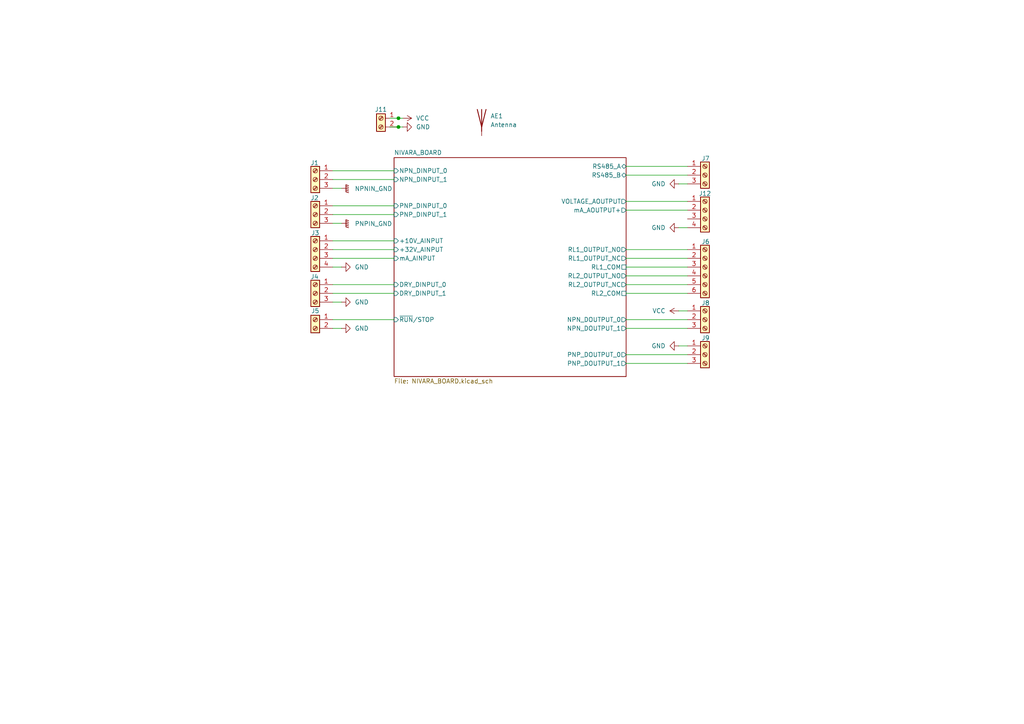
<source format=kicad_sch>
(kicad_sch
	(version 20250114)
	(generator "eeschema")
	(generator_version "9.0")
	(uuid "8290cc18-06d0-4e02-a781-29a61ebc321a")
	(paper "A4")
	(lib_symbols
		(symbol "Connector:Screw_Terminal_01x02"
			(pin_names
				(offset 1.016)
				(hide yes)
			)
			(exclude_from_sim no)
			(in_bom yes)
			(on_board yes)
			(property "Reference" "J"
				(at 0 2.54 0)
				(effects
					(font
						(size 1.27 1.27)
					)
				)
			)
			(property "Value" "Screw_Terminal_01x02"
				(at 0 -5.08 0)
				(effects
					(font
						(size 1.27 1.27)
					)
				)
			)
			(property "Footprint" ""
				(at 0 0 0)
				(effects
					(font
						(size 1.27 1.27)
					)
					(hide yes)
				)
			)
			(property "Datasheet" "~"
				(at 0 0 0)
				(effects
					(font
						(size 1.27 1.27)
					)
					(hide yes)
				)
			)
			(property "Description" "Generic screw terminal, single row, 01x02, script generated (kicad-library-utils/schlib/autogen/connector/)"
				(at 0 0 0)
				(effects
					(font
						(size 1.27 1.27)
					)
					(hide yes)
				)
			)
			(property "ki_keywords" "screw terminal"
				(at 0 0 0)
				(effects
					(font
						(size 1.27 1.27)
					)
					(hide yes)
				)
			)
			(property "ki_fp_filters" "TerminalBlock*:*"
				(at 0 0 0)
				(effects
					(font
						(size 1.27 1.27)
					)
					(hide yes)
				)
			)
			(symbol "Screw_Terminal_01x02_1_1"
				(rectangle
					(start -1.27 1.27)
					(end 1.27 -3.81)
					(stroke
						(width 0.254)
						(type default)
					)
					(fill
						(type background)
					)
				)
				(polyline
					(pts
						(xy -0.5334 0.3302) (xy 0.3302 -0.508)
					)
					(stroke
						(width 0.1524)
						(type default)
					)
					(fill
						(type none)
					)
				)
				(polyline
					(pts
						(xy -0.5334 -2.2098) (xy 0.3302 -3.048)
					)
					(stroke
						(width 0.1524)
						(type default)
					)
					(fill
						(type none)
					)
				)
				(polyline
					(pts
						(xy -0.3556 0.508) (xy 0.508 -0.3302)
					)
					(stroke
						(width 0.1524)
						(type default)
					)
					(fill
						(type none)
					)
				)
				(polyline
					(pts
						(xy -0.3556 -2.032) (xy 0.508 -2.8702)
					)
					(stroke
						(width 0.1524)
						(type default)
					)
					(fill
						(type none)
					)
				)
				(circle
					(center 0 0)
					(radius 0.635)
					(stroke
						(width 0.1524)
						(type default)
					)
					(fill
						(type none)
					)
				)
				(circle
					(center 0 -2.54)
					(radius 0.635)
					(stroke
						(width 0.1524)
						(type default)
					)
					(fill
						(type none)
					)
				)
				(pin passive line
					(at -5.08 0 0)
					(length 3.81)
					(name "Pin_1"
						(effects
							(font
								(size 1.27 1.27)
							)
						)
					)
					(number "1"
						(effects
							(font
								(size 1.27 1.27)
							)
						)
					)
				)
				(pin passive line
					(at -5.08 -2.54 0)
					(length 3.81)
					(name "Pin_2"
						(effects
							(font
								(size 1.27 1.27)
							)
						)
					)
					(number "2"
						(effects
							(font
								(size 1.27 1.27)
							)
						)
					)
				)
			)
			(embedded_fonts no)
		)
		(symbol "Connector:Screw_Terminal_01x03"
			(pin_names
				(offset 1.016)
				(hide yes)
			)
			(exclude_from_sim no)
			(in_bom yes)
			(on_board yes)
			(property "Reference" "J"
				(at 0 5.08 0)
				(effects
					(font
						(size 1.27 1.27)
					)
				)
			)
			(property "Value" "Screw_Terminal_01x03"
				(at 0 -5.08 0)
				(effects
					(font
						(size 1.27 1.27)
					)
				)
			)
			(property "Footprint" ""
				(at 0 0 0)
				(effects
					(font
						(size 1.27 1.27)
					)
					(hide yes)
				)
			)
			(property "Datasheet" "~"
				(at 0 0 0)
				(effects
					(font
						(size 1.27 1.27)
					)
					(hide yes)
				)
			)
			(property "Description" "Generic screw terminal, single row, 01x03, script generated (kicad-library-utils/schlib/autogen/connector/)"
				(at 0 0 0)
				(effects
					(font
						(size 1.27 1.27)
					)
					(hide yes)
				)
			)
			(property "ki_keywords" "screw terminal"
				(at 0 0 0)
				(effects
					(font
						(size 1.27 1.27)
					)
					(hide yes)
				)
			)
			(property "ki_fp_filters" "TerminalBlock*:*"
				(at 0 0 0)
				(effects
					(font
						(size 1.27 1.27)
					)
					(hide yes)
				)
			)
			(symbol "Screw_Terminal_01x03_1_1"
				(rectangle
					(start -1.27 3.81)
					(end 1.27 -3.81)
					(stroke
						(width 0.254)
						(type default)
					)
					(fill
						(type background)
					)
				)
				(polyline
					(pts
						(xy -0.5334 2.8702) (xy 0.3302 2.032)
					)
					(stroke
						(width 0.1524)
						(type default)
					)
					(fill
						(type none)
					)
				)
				(polyline
					(pts
						(xy -0.5334 0.3302) (xy 0.3302 -0.508)
					)
					(stroke
						(width 0.1524)
						(type default)
					)
					(fill
						(type none)
					)
				)
				(polyline
					(pts
						(xy -0.5334 -2.2098) (xy 0.3302 -3.048)
					)
					(stroke
						(width 0.1524)
						(type default)
					)
					(fill
						(type none)
					)
				)
				(polyline
					(pts
						(xy -0.3556 3.048) (xy 0.508 2.2098)
					)
					(stroke
						(width 0.1524)
						(type default)
					)
					(fill
						(type none)
					)
				)
				(polyline
					(pts
						(xy -0.3556 0.508) (xy 0.508 -0.3302)
					)
					(stroke
						(width 0.1524)
						(type default)
					)
					(fill
						(type none)
					)
				)
				(polyline
					(pts
						(xy -0.3556 -2.032) (xy 0.508 -2.8702)
					)
					(stroke
						(width 0.1524)
						(type default)
					)
					(fill
						(type none)
					)
				)
				(circle
					(center 0 2.54)
					(radius 0.635)
					(stroke
						(width 0.1524)
						(type default)
					)
					(fill
						(type none)
					)
				)
				(circle
					(center 0 0)
					(radius 0.635)
					(stroke
						(width 0.1524)
						(type default)
					)
					(fill
						(type none)
					)
				)
				(circle
					(center 0 -2.54)
					(radius 0.635)
					(stroke
						(width 0.1524)
						(type default)
					)
					(fill
						(type none)
					)
				)
				(pin passive line
					(at -5.08 2.54 0)
					(length 3.81)
					(name "Pin_1"
						(effects
							(font
								(size 1.27 1.27)
							)
						)
					)
					(number "1"
						(effects
							(font
								(size 1.27 1.27)
							)
						)
					)
				)
				(pin passive line
					(at -5.08 0 0)
					(length 3.81)
					(name "Pin_2"
						(effects
							(font
								(size 1.27 1.27)
							)
						)
					)
					(number "2"
						(effects
							(font
								(size 1.27 1.27)
							)
						)
					)
				)
				(pin passive line
					(at -5.08 -2.54 0)
					(length 3.81)
					(name "Pin_3"
						(effects
							(font
								(size 1.27 1.27)
							)
						)
					)
					(number "3"
						(effects
							(font
								(size 1.27 1.27)
							)
						)
					)
				)
			)
			(embedded_fonts no)
		)
		(symbol "Connector:Screw_Terminal_01x04"
			(pin_names
				(offset 1.016)
				(hide yes)
			)
			(exclude_from_sim no)
			(in_bom yes)
			(on_board yes)
			(property "Reference" "J"
				(at 0 5.08 0)
				(effects
					(font
						(size 1.27 1.27)
					)
				)
			)
			(property "Value" "Screw_Terminal_01x04"
				(at 0 -7.62 0)
				(effects
					(font
						(size 1.27 1.27)
					)
				)
			)
			(property "Footprint" ""
				(at 0 0 0)
				(effects
					(font
						(size 1.27 1.27)
					)
					(hide yes)
				)
			)
			(property "Datasheet" "~"
				(at 0 0 0)
				(effects
					(font
						(size 1.27 1.27)
					)
					(hide yes)
				)
			)
			(property "Description" "Generic screw terminal, single row, 01x04, script generated (kicad-library-utils/schlib/autogen/connector/)"
				(at 0 0 0)
				(effects
					(font
						(size 1.27 1.27)
					)
					(hide yes)
				)
			)
			(property "ki_keywords" "screw terminal"
				(at 0 0 0)
				(effects
					(font
						(size 1.27 1.27)
					)
					(hide yes)
				)
			)
			(property "ki_fp_filters" "TerminalBlock*:*"
				(at 0 0 0)
				(effects
					(font
						(size 1.27 1.27)
					)
					(hide yes)
				)
			)
			(symbol "Screw_Terminal_01x04_1_1"
				(rectangle
					(start -1.27 3.81)
					(end 1.27 -6.35)
					(stroke
						(width 0.254)
						(type default)
					)
					(fill
						(type background)
					)
				)
				(polyline
					(pts
						(xy -0.5334 2.8702) (xy 0.3302 2.032)
					)
					(stroke
						(width 0.1524)
						(type default)
					)
					(fill
						(type none)
					)
				)
				(polyline
					(pts
						(xy -0.5334 0.3302) (xy 0.3302 -0.508)
					)
					(stroke
						(width 0.1524)
						(type default)
					)
					(fill
						(type none)
					)
				)
				(polyline
					(pts
						(xy -0.5334 -2.2098) (xy 0.3302 -3.048)
					)
					(stroke
						(width 0.1524)
						(type default)
					)
					(fill
						(type none)
					)
				)
				(polyline
					(pts
						(xy -0.5334 -4.7498) (xy 0.3302 -5.588)
					)
					(stroke
						(width 0.1524)
						(type default)
					)
					(fill
						(type none)
					)
				)
				(polyline
					(pts
						(xy -0.3556 3.048) (xy 0.508 2.2098)
					)
					(stroke
						(width 0.1524)
						(type default)
					)
					(fill
						(type none)
					)
				)
				(polyline
					(pts
						(xy -0.3556 0.508) (xy 0.508 -0.3302)
					)
					(stroke
						(width 0.1524)
						(type default)
					)
					(fill
						(type none)
					)
				)
				(polyline
					(pts
						(xy -0.3556 -2.032) (xy 0.508 -2.8702)
					)
					(stroke
						(width 0.1524)
						(type default)
					)
					(fill
						(type none)
					)
				)
				(polyline
					(pts
						(xy -0.3556 -4.572) (xy 0.508 -5.4102)
					)
					(stroke
						(width 0.1524)
						(type default)
					)
					(fill
						(type none)
					)
				)
				(circle
					(center 0 2.54)
					(radius 0.635)
					(stroke
						(width 0.1524)
						(type default)
					)
					(fill
						(type none)
					)
				)
				(circle
					(center 0 0)
					(radius 0.635)
					(stroke
						(width 0.1524)
						(type default)
					)
					(fill
						(type none)
					)
				)
				(circle
					(center 0 -2.54)
					(radius 0.635)
					(stroke
						(width 0.1524)
						(type default)
					)
					(fill
						(type none)
					)
				)
				(circle
					(center 0 -5.08)
					(radius 0.635)
					(stroke
						(width 0.1524)
						(type default)
					)
					(fill
						(type none)
					)
				)
				(pin passive line
					(at -5.08 2.54 0)
					(length 3.81)
					(name "Pin_1"
						(effects
							(font
								(size 1.27 1.27)
							)
						)
					)
					(number "1"
						(effects
							(font
								(size 1.27 1.27)
							)
						)
					)
				)
				(pin passive line
					(at -5.08 0 0)
					(length 3.81)
					(name "Pin_2"
						(effects
							(font
								(size 1.27 1.27)
							)
						)
					)
					(number "2"
						(effects
							(font
								(size 1.27 1.27)
							)
						)
					)
				)
				(pin passive line
					(at -5.08 -2.54 0)
					(length 3.81)
					(name "Pin_3"
						(effects
							(font
								(size 1.27 1.27)
							)
						)
					)
					(number "3"
						(effects
							(font
								(size 1.27 1.27)
							)
						)
					)
				)
				(pin passive line
					(at -5.08 -5.08 0)
					(length 3.81)
					(name "Pin_4"
						(effects
							(font
								(size 1.27 1.27)
							)
						)
					)
					(number "4"
						(effects
							(font
								(size 1.27 1.27)
							)
						)
					)
				)
			)
			(embedded_fonts no)
		)
		(symbol "Connector:Screw_Terminal_01x06"
			(pin_names
				(offset 1.016)
				(hide yes)
			)
			(exclude_from_sim no)
			(in_bom yes)
			(on_board yes)
			(property "Reference" "J"
				(at 0 7.62 0)
				(effects
					(font
						(size 1.27 1.27)
					)
				)
			)
			(property "Value" "Screw_Terminal_01x06"
				(at 0 -10.16 0)
				(effects
					(font
						(size 1.27 1.27)
					)
				)
			)
			(property "Footprint" ""
				(at 0 0 0)
				(effects
					(font
						(size 1.27 1.27)
					)
					(hide yes)
				)
			)
			(property "Datasheet" "~"
				(at 0 0 0)
				(effects
					(font
						(size 1.27 1.27)
					)
					(hide yes)
				)
			)
			(property "Description" "Generic screw terminal, single row, 01x06, script generated (kicad-library-utils/schlib/autogen/connector/)"
				(at 0 0 0)
				(effects
					(font
						(size 1.27 1.27)
					)
					(hide yes)
				)
			)
			(property "ki_keywords" "screw terminal"
				(at 0 0 0)
				(effects
					(font
						(size 1.27 1.27)
					)
					(hide yes)
				)
			)
			(property "ki_fp_filters" "TerminalBlock*:*"
				(at 0 0 0)
				(effects
					(font
						(size 1.27 1.27)
					)
					(hide yes)
				)
			)
			(symbol "Screw_Terminal_01x06_1_1"
				(rectangle
					(start -1.27 6.35)
					(end 1.27 -8.89)
					(stroke
						(width 0.254)
						(type default)
					)
					(fill
						(type background)
					)
				)
				(polyline
					(pts
						(xy -0.5334 5.4102) (xy 0.3302 4.572)
					)
					(stroke
						(width 0.1524)
						(type default)
					)
					(fill
						(type none)
					)
				)
				(polyline
					(pts
						(xy -0.5334 2.8702) (xy 0.3302 2.032)
					)
					(stroke
						(width 0.1524)
						(type default)
					)
					(fill
						(type none)
					)
				)
				(polyline
					(pts
						(xy -0.5334 0.3302) (xy 0.3302 -0.508)
					)
					(stroke
						(width 0.1524)
						(type default)
					)
					(fill
						(type none)
					)
				)
				(polyline
					(pts
						(xy -0.5334 -2.2098) (xy 0.3302 -3.048)
					)
					(stroke
						(width 0.1524)
						(type default)
					)
					(fill
						(type none)
					)
				)
				(polyline
					(pts
						(xy -0.5334 -4.7498) (xy 0.3302 -5.588)
					)
					(stroke
						(width 0.1524)
						(type default)
					)
					(fill
						(type none)
					)
				)
				(polyline
					(pts
						(xy -0.5334 -7.2898) (xy 0.3302 -8.128)
					)
					(stroke
						(width 0.1524)
						(type default)
					)
					(fill
						(type none)
					)
				)
				(polyline
					(pts
						(xy -0.3556 5.588) (xy 0.508 4.7498)
					)
					(stroke
						(width 0.1524)
						(type default)
					)
					(fill
						(type none)
					)
				)
				(polyline
					(pts
						(xy -0.3556 3.048) (xy 0.508 2.2098)
					)
					(stroke
						(width 0.1524)
						(type default)
					)
					(fill
						(type none)
					)
				)
				(polyline
					(pts
						(xy -0.3556 0.508) (xy 0.508 -0.3302)
					)
					(stroke
						(width 0.1524)
						(type default)
					)
					(fill
						(type none)
					)
				)
				(polyline
					(pts
						(xy -0.3556 -2.032) (xy 0.508 -2.8702)
					)
					(stroke
						(width 0.1524)
						(type default)
					)
					(fill
						(type none)
					)
				)
				(polyline
					(pts
						(xy -0.3556 -4.572) (xy 0.508 -5.4102)
					)
					(stroke
						(width 0.1524)
						(type default)
					)
					(fill
						(type none)
					)
				)
				(polyline
					(pts
						(xy -0.3556 -7.112) (xy 0.508 -7.9502)
					)
					(stroke
						(width 0.1524)
						(type default)
					)
					(fill
						(type none)
					)
				)
				(circle
					(center 0 5.08)
					(radius 0.635)
					(stroke
						(width 0.1524)
						(type default)
					)
					(fill
						(type none)
					)
				)
				(circle
					(center 0 2.54)
					(radius 0.635)
					(stroke
						(width 0.1524)
						(type default)
					)
					(fill
						(type none)
					)
				)
				(circle
					(center 0 0)
					(radius 0.635)
					(stroke
						(width 0.1524)
						(type default)
					)
					(fill
						(type none)
					)
				)
				(circle
					(center 0 -2.54)
					(radius 0.635)
					(stroke
						(width 0.1524)
						(type default)
					)
					(fill
						(type none)
					)
				)
				(circle
					(center 0 -5.08)
					(radius 0.635)
					(stroke
						(width 0.1524)
						(type default)
					)
					(fill
						(type none)
					)
				)
				(circle
					(center 0 -7.62)
					(radius 0.635)
					(stroke
						(width 0.1524)
						(type default)
					)
					(fill
						(type none)
					)
				)
				(pin passive line
					(at -5.08 5.08 0)
					(length 3.81)
					(name "Pin_1"
						(effects
							(font
								(size 1.27 1.27)
							)
						)
					)
					(number "1"
						(effects
							(font
								(size 1.27 1.27)
							)
						)
					)
				)
				(pin passive line
					(at -5.08 2.54 0)
					(length 3.81)
					(name "Pin_2"
						(effects
							(font
								(size 1.27 1.27)
							)
						)
					)
					(number "2"
						(effects
							(font
								(size 1.27 1.27)
							)
						)
					)
				)
				(pin passive line
					(at -5.08 0 0)
					(length 3.81)
					(name "Pin_3"
						(effects
							(font
								(size 1.27 1.27)
							)
						)
					)
					(number "3"
						(effects
							(font
								(size 1.27 1.27)
							)
						)
					)
				)
				(pin passive line
					(at -5.08 -2.54 0)
					(length 3.81)
					(name "Pin_4"
						(effects
							(font
								(size 1.27 1.27)
							)
						)
					)
					(number "4"
						(effects
							(font
								(size 1.27 1.27)
							)
						)
					)
				)
				(pin passive line
					(at -5.08 -5.08 0)
					(length 3.81)
					(name "Pin_5"
						(effects
							(font
								(size 1.27 1.27)
							)
						)
					)
					(number "5"
						(effects
							(font
								(size 1.27 1.27)
							)
						)
					)
				)
				(pin passive line
					(at -5.08 -7.62 0)
					(length 3.81)
					(name "Pin_6"
						(effects
							(font
								(size 1.27 1.27)
							)
						)
					)
					(number "6"
						(effects
							(font
								(size 1.27 1.27)
							)
						)
					)
				)
			)
			(embedded_fonts no)
		)
		(symbol "Device:Antenna"
			(pin_numbers
				(hide yes)
			)
			(pin_names
				(offset 1.016)
				(hide yes)
			)
			(exclude_from_sim no)
			(in_bom yes)
			(on_board yes)
			(property "Reference" "AE"
				(at -1.905 1.905 0)
				(effects
					(font
						(size 1.27 1.27)
					)
					(justify right)
				)
			)
			(property "Value" "Antenna"
				(at -1.905 0 0)
				(effects
					(font
						(size 1.27 1.27)
					)
					(justify right)
				)
			)
			(property "Footprint" ""
				(at 0 0 0)
				(effects
					(font
						(size 1.27 1.27)
					)
					(hide yes)
				)
			)
			(property "Datasheet" "~"
				(at 0 0 0)
				(effects
					(font
						(size 1.27 1.27)
					)
					(hide yes)
				)
			)
			(property "Description" "Antenna"
				(at 0 0 0)
				(effects
					(font
						(size 1.27 1.27)
					)
					(hide yes)
				)
			)
			(property "ki_keywords" "antenna"
				(at 0 0 0)
				(effects
					(font
						(size 1.27 1.27)
					)
					(hide yes)
				)
			)
			(symbol "Antenna_0_1"
				(polyline
					(pts
						(xy 0 2.54) (xy 0 -3.81)
					)
					(stroke
						(width 0.254)
						(type default)
					)
					(fill
						(type none)
					)
				)
				(polyline
					(pts
						(xy 1.27 2.54) (xy 0 -2.54) (xy -1.27 2.54)
					)
					(stroke
						(width 0.254)
						(type default)
					)
					(fill
						(type none)
					)
				)
			)
			(symbol "Antenna_1_1"
				(pin input line
					(at 0 -5.08 90)
					(length 2.54)
					(name "A"
						(effects
							(font
								(size 1.27 1.27)
							)
						)
					)
					(number "1"
						(effects
							(font
								(size 1.27 1.27)
							)
						)
					)
				)
			)
			(embedded_fonts no)
		)
		(symbol "power:GND"
			(power)
			(pin_numbers
				(hide yes)
			)
			(pin_names
				(offset 0)
				(hide yes)
			)
			(exclude_from_sim no)
			(in_bom yes)
			(on_board yes)
			(property "Reference" "#PWR"
				(at 0 -6.35 0)
				(effects
					(font
						(size 1.27 1.27)
					)
					(hide yes)
				)
			)
			(property "Value" "GND"
				(at 0 -3.81 0)
				(effects
					(font
						(size 1.27 1.27)
					)
				)
			)
			(property "Footprint" ""
				(at 0 0 0)
				(effects
					(font
						(size 1.27 1.27)
					)
					(hide yes)
				)
			)
			(property "Datasheet" ""
				(at 0 0 0)
				(effects
					(font
						(size 1.27 1.27)
					)
					(hide yes)
				)
			)
			(property "Description" "Power symbol creates a global label with name \"GND\" , ground"
				(at 0 0 0)
				(effects
					(font
						(size 1.27 1.27)
					)
					(hide yes)
				)
			)
			(property "ki_keywords" "global power"
				(at 0 0 0)
				(effects
					(font
						(size 1.27 1.27)
					)
					(hide yes)
				)
			)
			(symbol "GND_0_1"
				(polyline
					(pts
						(xy 0 0) (xy 0 -1.27) (xy 1.27 -1.27) (xy 0 -2.54) (xy -1.27 -1.27) (xy 0 -1.27)
					)
					(stroke
						(width 0)
						(type default)
					)
					(fill
						(type none)
					)
				)
			)
			(symbol "GND_1_1"
				(pin power_in line
					(at 0 0 270)
					(length 0)
					(name "~"
						(effects
							(font
								(size 1.27 1.27)
							)
						)
					)
					(number "1"
						(effects
							(font
								(size 1.27 1.27)
							)
						)
					)
				)
			)
			(embedded_fonts no)
		)
		(symbol "power:GNDPWR"
			(power)
			(pin_numbers
				(hide yes)
			)
			(pin_names
				(offset 0)
				(hide yes)
			)
			(exclude_from_sim no)
			(in_bom yes)
			(on_board yes)
			(property "Reference" "#PWR"
				(at 0 -5.08 0)
				(effects
					(font
						(size 1.27 1.27)
					)
					(hide yes)
				)
			)
			(property "Value" "GNDPWR"
				(at 0 -3.302 0)
				(effects
					(font
						(size 1.27 1.27)
					)
				)
			)
			(property "Footprint" ""
				(at 0 -1.27 0)
				(effects
					(font
						(size 1.27 1.27)
					)
					(hide yes)
				)
			)
			(property "Datasheet" ""
				(at 0 -1.27 0)
				(effects
					(font
						(size 1.27 1.27)
					)
					(hide yes)
				)
			)
			(property "Description" "Power symbol creates a global label with name \"GNDPWR\" , global ground"
				(at 0 0 0)
				(effects
					(font
						(size 1.27 1.27)
					)
					(hide yes)
				)
			)
			(property "ki_keywords" "global ground"
				(at 0 0 0)
				(effects
					(font
						(size 1.27 1.27)
					)
					(hide yes)
				)
			)
			(symbol "GNDPWR_0_1"
				(polyline
					(pts
						(xy -1.016 -1.27) (xy -1.27 -2.032) (xy -1.27 -2.032)
					)
					(stroke
						(width 0.2032)
						(type default)
					)
					(fill
						(type none)
					)
				)
				(polyline
					(pts
						(xy -0.508 -1.27) (xy -0.762 -2.032) (xy -0.762 -2.032)
					)
					(stroke
						(width 0.2032)
						(type default)
					)
					(fill
						(type none)
					)
				)
				(polyline
					(pts
						(xy 0 -1.27) (xy 0 0)
					)
					(stroke
						(width 0)
						(type default)
					)
					(fill
						(type none)
					)
				)
				(polyline
					(pts
						(xy 0 -1.27) (xy -0.254 -2.032) (xy -0.254 -2.032)
					)
					(stroke
						(width 0.2032)
						(type default)
					)
					(fill
						(type none)
					)
				)
				(polyline
					(pts
						(xy 0.508 -1.27) (xy 0.254 -2.032) (xy 0.254 -2.032)
					)
					(stroke
						(width 0.2032)
						(type default)
					)
					(fill
						(type none)
					)
				)
				(polyline
					(pts
						(xy 1.016 -1.27) (xy -1.016 -1.27) (xy -1.016 -1.27)
					)
					(stroke
						(width 0.2032)
						(type default)
					)
					(fill
						(type none)
					)
				)
				(polyline
					(pts
						(xy 1.016 -1.27) (xy 0.762 -2.032) (xy 0.762 -2.032) (xy 0.762 -2.032)
					)
					(stroke
						(width 0.2032)
						(type default)
					)
					(fill
						(type none)
					)
				)
			)
			(symbol "GNDPWR_1_1"
				(pin power_in line
					(at 0 0 270)
					(length 0)
					(name "~"
						(effects
							(font
								(size 1.27 1.27)
							)
						)
					)
					(number "1"
						(effects
							(font
								(size 1.27 1.27)
							)
						)
					)
				)
			)
			(embedded_fonts no)
		)
		(symbol "power:VCC"
			(power)
			(pin_numbers
				(hide yes)
			)
			(pin_names
				(offset 0)
				(hide yes)
			)
			(exclude_from_sim no)
			(in_bom yes)
			(on_board yes)
			(property "Reference" "#PWR"
				(at 0 -3.81 0)
				(effects
					(font
						(size 1.27 1.27)
					)
					(hide yes)
				)
			)
			(property "Value" "VCC"
				(at 0 3.556 0)
				(effects
					(font
						(size 1.27 1.27)
					)
				)
			)
			(property "Footprint" ""
				(at 0 0 0)
				(effects
					(font
						(size 1.27 1.27)
					)
					(hide yes)
				)
			)
			(property "Datasheet" ""
				(at 0 0 0)
				(effects
					(font
						(size 1.27 1.27)
					)
					(hide yes)
				)
			)
			(property "Description" "Power symbol creates a global label with name \"VCC\""
				(at 0 0 0)
				(effects
					(font
						(size 1.27 1.27)
					)
					(hide yes)
				)
			)
			(property "ki_keywords" "global power"
				(at 0 0 0)
				(effects
					(font
						(size 1.27 1.27)
					)
					(hide yes)
				)
			)
			(symbol "VCC_0_1"
				(polyline
					(pts
						(xy -0.762 1.27) (xy 0 2.54)
					)
					(stroke
						(width 0)
						(type default)
					)
					(fill
						(type none)
					)
				)
				(polyline
					(pts
						(xy 0 2.54) (xy 0.762 1.27)
					)
					(stroke
						(width 0)
						(type default)
					)
					(fill
						(type none)
					)
				)
				(polyline
					(pts
						(xy 0 0) (xy 0 2.54)
					)
					(stroke
						(width 0)
						(type default)
					)
					(fill
						(type none)
					)
				)
			)
			(symbol "VCC_1_1"
				(pin power_in line
					(at 0 0 90)
					(length 0)
					(name "~"
						(effects
							(font
								(size 1.27 1.27)
							)
						)
					)
					(number "1"
						(effects
							(font
								(size 1.27 1.27)
							)
						)
					)
				)
			)
			(embedded_fonts no)
		)
	)
	(junction
		(at 115.57 34.29)
		(diameter 0)
		(color 0 0 0 0)
		(uuid "4564d6f9-02a2-4b5d-9d50-2b5e1640cfe4")
	)
	(junction
		(at 115.57 36.83)
		(diameter 0)
		(color 0 0 0 0)
		(uuid "4d905c65-3ee9-4a60-9152-649c4206e76a")
	)
	(wire
		(pts
			(xy 96.52 54.61) (xy 99.06 54.61)
		)
		(stroke
			(width 0)
			(type default)
		)
		(uuid "10910ba0-47b9-4604-b87a-e9569d25ce8d")
	)
	(wire
		(pts
			(xy 96.52 64.77) (xy 99.06 64.77)
		)
		(stroke
			(width 0)
			(type default)
		)
		(uuid "1868de76-c9b1-4eb9-94bc-89e56b0027a5")
	)
	(wire
		(pts
			(xy 181.61 92.71) (xy 199.39 92.71)
		)
		(stroke
			(width 0)
			(type default)
		)
		(uuid "2175c94b-5098-4ba7-bf16-aefdc2dd210c")
	)
	(wire
		(pts
			(xy 181.61 72.39) (xy 199.39 72.39)
		)
		(stroke
			(width 0)
			(type default)
		)
		(uuid "295f0da3-06cc-479d-b848-0da8b6db71b9")
	)
	(wire
		(pts
			(xy 181.61 102.87) (xy 199.39 102.87)
		)
		(stroke
			(width 0)
			(type default)
		)
		(uuid "30a607a1-92fd-4a29-969a-16e621b414d6")
	)
	(wire
		(pts
			(xy 96.52 62.23) (xy 114.3 62.23)
		)
		(stroke
			(width 0)
			(type default)
		)
		(uuid "39fa4e1c-ff66-44c9-bc81-d2785d072871")
	)
	(wire
		(pts
			(xy 96.52 72.39) (xy 114.3 72.39)
		)
		(stroke
			(width 0)
			(type default)
		)
		(uuid "3ad9b961-6d07-4650-a2e1-1462b5199d27")
	)
	(wire
		(pts
			(xy 196.85 90.17) (xy 199.39 90.17)
		)
		(stroke
			(width 0)
			(type default)
		)
		(uuid "3c9d1e47-ad0a-4f26-a02c-36d6f1e0749f")
	)
	(wire
		(pts
			(xy 181.61 80.01) (xy 199.39 80.01)
		)
		(stroke
			(width 0)
			(type default)
		)
		(uuid "47188c51-19da-42c7-b6f7-f7df4cd16f1b")
	)
	(wire
		(pts
			(xy 96.52 52.07) (xy 114.3 52.07)
		)
		(stroke
			(width 0)
			(type default)
		)
		(uuid "63967b44-d0e6-4985-84ff-7c6f89b42429")
	)
	(wire
		(pts
			(xy 181.61 60.96) (xy 199.39 60.96)
		)
		(stroke
			(width 0)
			(type default)
		)
		(uuid "68c9f81d-c3ab-4dd7-90ea-47b7c15b8669")
	)
	(wire
		(pts
			(xy 115.57 36.83) (xy 116.84 36.83)
		)
		(stroke
			(width 0)
			(type default)
		)
		(uuid "68e10a31-1293-4ef3-b942-83c5d65c017f")
	)
	(wire
		(pts
			(xy 181.61 48.26) (xy 199.39 48.26)
		)
		(stroke
			(width 0)
			(type default)
		)
		(uuid "748303d1-8168-4d22-8e94-637e8ef85735")
	)
	(wire
		(pts
			(xy 181.61 85.09) (xy 199.39 85.09)
		)
		(stroke
			(width 0)
			(type default)
		)
		(uuid "7944358a-f625-48f3-bd09-ea3de6d6da2a")
	)
	(wire
		(pts
			(xy 196.85 100.33) (xy 199.39 100.33)
		)
		(stroke
			(width 0)
			(type default)
		)
		(uuid "80952afb-54a6-4c5a-b8b8-6f5b7f6645cd")
	)
	(wire
		(pts
			(xy 96.52 85.09) (xy 114.3 85.09)
		)
		(stroke
			(width 0)
			(type default)
		)
		(uuid "817a1ad0-4508-4589-a408-de73394a67e3")
	)
	(wire
		(pts
			(xy 113.03 36.83) (xy 115.57 36.83)
		)
		(stroke
			(width 0)
			(type default)
		)
		(uuid "836c53a4-0ca8-4a66-aa5b-031bf5ed7ca1")
	)
	(wire
		(pts
			(xy 96.52 69.85) (xy 114.3 69.85)
		)
		(stroke
			(width 0)
			(type default)
		)
		(uuid "867b1b4f-70e0-45be-8214-081b011da3ae")
	)
	(wire
		(pts
			(xy 196.85 53.34) (xy 199.39 53.34)
		)
		(stroke
			(width 0)
			(type default)
		)
		(uuid "8b14870a-49a5-4569-b018-ff054bf80c66")
	)
	(wire
		(pts
			(xy 96.52 74.93) (xy 114.3 74.93)
		)
		(stroke
			(width 0)
			(type default)
		)
		(uuid "914a522a-5601-4d28-9250-b07df7a5ba1b")
	)
	(wire
		(pts
			(xy 96.52 59.69) (xy 114.3 59.69)
		)
		(stroke
			(width 0)
			(type default)
		)
		(uuid "971957dd-727a-461b-bb92-f7fc2ac3e490")
	)
	(wire
		(pts
			(xy 181.61 74.93) (xy 199.39 74.93)
		)
		(stroke
			(width 0)
			(type default)
		)
		(uuid "9ab9f7c9-9231-42e3-aba0-9ab6c8c9fb04")
	)
	(wire
		(pts
			(xy 96.52 95.25) (xy 99.06 95.25)
		)
		(stroke
			(width 0)
			(type default)
		)
		(uuid "ac6626c6-b388-4b59-8744-0f078568f3eb")
	)
	(wire
		(pts
			(xy 113.03 34.29) (xy 115.57 34.29)
		)
		(stroke
			(width 0)
			(type default)
		)
		(uuid "acae54d9-ee62-4c08-a179-527e69652c07")
	)
	(wire
		(pts
			(xy 96.52 87.63) (xy 99.06 87.63)
		)
		(stroke
			(width 0)
			(type default)
		)
		(uuid "af22f126-c9b5-4ae7-a53d-86e1e1af825f")
	)
	(wire
		(pts
			(xy 181.61 58.42) (xy 199.39 58.42)
		)
		(stroke
			(width 0)
			(type default)
		)
		(uuid "b0d2d129-2864-485a-8f34-c77b07934a0f")
	)
	(wire
		(pts
			(xy 181.61 50.8) (xy 199.39 50.8)
		)
		(stroke
			(width 0)
			(type default)
		)
		(uuid "d3104bdc-6eac-4776-8d03-c5dd3e7f47d6")
	)
	(wire
		(pts
			(xy 181.61 77.47) (xy 199.39 77.47)
		)
		(stroke
			(width 0)
			(type default)
		)
		(uuid "dab8a0d6-4987-4aa5-bbea-e4bba3dfd1ac")
	)
	(wire
		(pts
			(xy 96.52 82.55) (xy 114.3 82.55)
		)
		(stroke
			(width 0)
			(type default)
		)
		(uuid "e09d4447-189c-4908-b0c5-f53f97bc4b3d")
	)
	(wire
		(pts
			(xy 196.85 66.04) (xy 199.39 66.04)
		)
		(stroke
			(width 0)
			(type default)
		)
		(uuid "e2eebae6-d333-40e6-88f8-2ae6c5492b30")
	)
	(wire
		(pts
			(xy 181.61 82.55) (xy 199.39 82.55)
		)
		(stroke
			(width 0)
			(type default)
		)
		(uuid "e3b24c87-4175-4191-8746-68ec0edbec4a")
	)
	(wire
		(pts
			(xy 115.57 34.29) (xy 116.84 34.29)
		)
		(stroke
			(width 0)
			(type default)
		)
		(uuid "e50cffb5-0d4f-4da8-bf2a-44ba42801492")
	)
	(wire
		(pts
			(xy 96.52 92.71) (xy 114.3 92.71)
		)
		(stroke
			(width 0)
			(type default)
		)
		(uuid "e7c454e1-6cb5-4920-a00d-466c69723cfe")
	)
	(wire
		(pts
			(xy 96.52 77.47) (xy 99.06 77.47)
		)
		(stroke
			(width 0)
			(type default)
		)
		(uuid "ec0e7fb0-aa8f-4a0d-ab8e-bee509cbb9e7")
	)
	(wire
		(pts
			(xy 181.61 95.25) (xy 199.39 95.25)
		)
		(stroke
			(width 0)
			(type default)
		)
		(uuid "ec700187-3bb2-4ad0-bf11-09c78615ae37")
	)
	(wire
		(pts
			(xy 181.61 105.41) (xy 199.39 105.41)
		)
		(stroke
			(width 0)
			(type default)
		)
		(uuid "f3eb829c-9bc3-4fb2-b4b1-1ac9d66880da")
	)
	(wire
		(pts
			(xy 96.52 49.53) (xy 114.3 49.53)
		)
		(stroke
			(width 0)
			(type default)
		)
		(uuid "fb6c3526-2b47-494b-aa34-ddc2d69f4855")
	)
	(symbol
		(lib_id "power:VCC")
		(at 116.84 34.29 270)
		(unit 1)
		(exclude_from_sim no)
		(in_bom yes)
		(on_board yes)
		(dnp no)
		(fields_autoplaced yes)
		(uuid "1e53e5bd-56a3-4d24-97fb-11a08909ca79")
		(property "Reference" "#PWR7"
			(at 113.03 34.29 0)
			(effects
				(font
					(size 1.27 1.27)
				)
				(hide yes)
			)
		)
		(property "Value" "VCC"
			(at 120.65 34.2899 90)
			(effects
				(font
					(size 1.27 1.27)
				)
				(justify left)
			)
		)
		(property "Footprint" ""
			(at 116.84 34.29 0)
			(effects
				(font
					(size 1.27 1.27)
				)
				(hide yes)
			)
		)
		(property "Datasheet" ""
			(at 116.84 34.29 0)
			(effects
				(font
					(size 1.27 1.27)
				)
				(hide yes)
			)
		)
		(property "Description" "Power symbol creates a global label with name \"VCC\""
			(at 116.84 34.29 0)
			(effects
				(font
					(size 1.27 1.27)
				)
				(hide yes)
			)
		)
		(pin "1"
			(uuid "e4492db2-ae95-46b0-9932-e9d8917c94cb")
		)
		(instances
			(project ""
				(path "/8290cc18-06d0-4e02-a781-29a61ebc321a"
					(reference "#PWR7")
					(unit 1)
				)
			)
		)
	)
	(symbol
		(lib_id "power:GND")
		(at 196.85 66.04 270)
		(unit 1)
		(exclude_from_sim no)
		(in_bom yes)
		(on_board yes)
		(dnp no)
		(fields_autoplaced yes)
		(uuid "2456bf3a-0e0b-4bcd-b197-696d38d5f7d6")
		(property "Reference" "#PWR5"
			(at 190.5 66.04 0)
			(effects
				(font
					(size 1.27 1.27)
				)
				(hide yes)
			)
		)
		(property "Value" "GND"
			(at 193.04 66.0399 90)
			(effects
				(font
					(size 1.27 1.27)
				)
				(justify right)
			)
		)
		(property "Footprint" ""
			(at 196.85 66.04 0)
			(effects
				(font
					(size 1.27 1.27)
				)
				(hide yes)
			)
		)
		(property "Datasheet" ""
			(at 196.85 66.04 0)
			(effects
				(font
					(size 1.27 1.27)
				)
				(hide yes)
			)
		)
		(property "Description" "Power symbol creates a global label with name \"GND\" , ground"
			(at 196.85 66.04 0)
			(effects
				(font
					(size 1.27 1.27)
				)
				(hide yes)
			)
		)
		(pin "1"
			(uuid "c31accbf-8a00-4fd2-a8ae-899e4e6d4770")
		)
		(instances
			(project "NIVARA"
				(path "/8290cc18-06d0-4e02-a781-29a61ebc321a"
					(reference "#PWR5")
					(unit 1)
				)
			)
		)
	)
	(symbol
		(lib_id "power:GND")
		(at 99.06 87.63 90)
		(unit 1)
		(exclude_from_sim no)
		(in_bom yes)
		(on_board yes)
		(dnp no)
		(fields_autoplaced yes)
		(uuid "49ae1290-d441-4781-812e-02c9d55b12d3")
		(property "Reference" "#PWR067"
			(at 105.41 87.63 0)
			(effects
				(font
					(size 1.27 1.27)
				)
				(hide yes)
			)
		)
		(property "Value" "GND"
			(at 102.87 87.6299 90)
			(effects
				(font
					(size 1.27 1.27)
				)
				(justify right)
			)
		)
		(property "Footprint" ""
			(at 99.06 87.63 0)
			(effects
				(font
					(size 1.27 1.27)
				)
				(hide yes)
			)
		)
		(property "Datasheet" ""
			(at 99.06 87.63 0)
			(effects
				(font
					(size 1.27 1.27)
				)
				(hide yes)
			)
		)
		(property "Description" "Power symbol creates a global label with name \"GND\" , ground"
			(at 99.06 87.63 0)
			(effects
				(font
					(size 1.27 1.27)
				)
				(hide yes)
			)
		)
		(pin "1"
			(uuid "44ff0d0e-f6bd-4ef7-b29b-af445c521b07")
		)
		(instances
			(project "NIVARA"
				(path "/8290cc18-06d0-4e02-a781-29a61ebc321a"
					(reference "#PWR067")
					(unit 1)
				)
			)
		)
	)
	(symbol
		(lib_id "Connector:Screw_Terminal_01x04")
		(at 204.47 60.96 0)
		(unit 1)
		(exclude_from_sim no)
		(in_bom yes)
		(on_board yes)
		(dnp no)
		(uuid "4e39cab3-8e45-42b5-b750-0fd659452d2a")
		(property "Reference" "J12"
			(at 204.47 56.134 0)
			(effects
				(font
					(size 1.27 1.27)
				)
			)
		)
		(property "Value" "Screw_Terminal_01x04"
			(at 204.47 54.61 0)
			(effects
				(font
					(size 1.27 1.27)
				)
				(hide yes)
			)
		)
		(property "Footprint" ""
			(at 204.47 60.96 0)
			(effects
				(font
					(size 1.27 1.27)
				)
				(hide yes)
			)
		)
		(property "Datasheet" "~"
			(at 204.47 60.96 0)
			(effects
				(font
					(size 1.27 1.27)
				)
				(hide yes)
			)
		)
		(property "Description" "Generic screw terminal, single row, 01x04, script generated (kicad-library-utils/schlib/autogen/connector/)"
			(at 204.47 60.96 0)
			(effects
				(font
					(size 1.27 1.27)
				)
				(hide yes)
			)
		)
		(pin "4"
			(uuid "2a2be40e-bb11-4948-b366-2e9badc28bb9")
		)
		(pin "2"
			(uuid "073ed034-b70e-4cfd-b579-3a7d8819799a")
		)
		(pin "1"
			(uuid "d5c2a25d-7a51-4a2d-8c6b-cc8c18aacfee")
		)
		(pin "3"
			(uuid "c7d1a22e-dbdd-4312-aad1-d7b7d49daf86")
		)
		(instances
			(project "NIVARA"
				(path "/8290cc18-06d0-4e02-a781-29a61ebc321a"
					(reference "J12")
					(unit 1)
				)
			)
		)
	)
	(symbol
		(lib_id "Connector:Screw_Terminal_01x03")
		(at 204.47 102.87 0)
		(unit 1)
		(exclude_from_sim no)
		(in_bom yes)
		(on_board yes)
		(dnp no)
		(uuid "4f1df735-16c2-424b-bdb9-4260a852edf2")
		(property "Reference" "J9"
			(at 203.454 98.044 0)
			(effects
				(font
					(size 1.27 1.27)
				)
				(justify left)
			)
		)
		(property "Value" "Screw_Terminal_01x03"
			(at 207.01 104.1399 0)
			(effects
				(font
					(size 1.27 1.27)
				)
				(justify left)
				(hide yes)
			)
		)
		(property "Footprint" ""
			(at 204.47 102.87 0)
			(effects
				(font
					(size 1.27 1.27)
				)
				(hide yes)
			)
		)
		(property "Datasheet" "~"
			(at 204.47 102.87 0)
			(effects
				(font
					(size 1.27 1.27)
				)
				(hide yes)
			)
		)
		(property "Description" "Generic screw terminal, single row, 01x03, script generated (kicad-library-utils/schlib/autogen/connector/)"
			(at 204.47 102.87 0)
			(effects
				(font
					(size 1.27 1.27)
				)
				(hide yes)
			)
		)
		(pin "2"
			(uuid "1b3151c7-6613-4e12-8894-e823c17cb151")
		)
		(pin "1"
			(uuid "38a2b586-78cb-45f1-90f4-6f0446d5a9cf")
		)
		(pin "3"
			(uuid "d73bb8d4-1ec9-4d68-812d-ec00a9aa0a7c")
		)
		(instances
			(project "NIVARA"
				(path "/8290cc18-06d0-4e02-a781-29a61ebc321a"
					(reference "J9")
					(unit 1)
				)
			)
		)
	)
	(symbol
		(lib_id "Connector:Screw_Terminal_01x06")
		(at 204.47 77.47 0)
		(unit 1)
		(exclude_from_sim no)
		(in_bom yes)
		(on_board yes)
		(dnp no)
		(uuid "52b6dd90-d391-43df-a165-f2203c7f7801")
		(property "Reference" "J6"
			(at 203.454 70.104 0)
			(effects
				(font
					(size 1.27 1.27)
				)
				(justify left)
			)
		)
		(property "Value" "Screw_Terminal_01x06"
			(at 207.01 80.0099 0)
			(effects
				(font
					(size 1.27 1.27)
				)
				(justify left)
				(hide yes)
			)
		)
		(property "Footprint" ""
			(at 204.47 77.47 0)
			(effects
				(font
					(size 1.27 1.27)
				)
				(hide yes)
			)
		)
		(property "Datasheet" "~"
			(at 204.47 77.47 0)
			(effects
				(font
					(size 1.27 1.27)
				)
				(hide yes)
			)
		)
		(property "Description" "Generic screw terminal, single row, 01x06, script generated (kicad-library-utils/schlib/autogen/connector/)"
			(at 204.47 77.47 0)
			(effects
				(font
					(size 1.27 1.27)
				)
				(hide yes)
			)
		)
		(pin "5"
			(uuid "1610c29f-c5ef-446e-85af-e0a0110a3881")
		)
		(pin "6"
			(uuid "f9491002-2900-4319-8b17-125a5c769f98")
		)
		(pin "1"
			(uuid "1055ab09-5992-4b65-8079-5b757e02639e")
		)
		(pin "2"
			(uuid "30997bb1-9735-4a58-92e4-5e62928263e3")
		)
		(pin "3"
			(uuid "bdf546da-f5b4-4352-8375-23c39e1d3af4")
		)
		(pin "4"
			(uuid "44ef8b34-0711-481f-b6c7-2732a3aa797b")
		)
		(instances
			(project ""
				(path "/8290cc18-06d0-4e02-a781-29a61ebc321a"
					(reference "J6")
					(unit 1)
				)
			)
		)
	)
	(symbol
		(lib_id "Connector:Screw_Terminal_01x02")
		(at 91.44 92.71 0)
		(mirror y)
		(unit 1)
		(exclude_from_sim no)
		(in_bom yes)
		(on_board yes)
		(dnp no)
		(uuid "574ebf57-d562-4a3b-af00-ed4227ad6dfc")
		(property "Reference" "J5"
			(at 91.44 90.17 0)
			(effects
				(font
					(size 1.27 1.27)
				)
			)
		)
		(property "Value" "Screw_Terminal_01x02"
			(at 91.44 88.9 0)
			(effects
				(font
					(size 1.27 1.27)
				)
				(hide yes)
			)
		)
		(property "Footprint" ""
			(at 91.44 92.71 0)
			(effects
				(font
					(size 1.27 1.27)
				)
				(hide yes)
			)
		)
		(property "Datasheet" "~"
			(at 91.44 92.71 0)
			(effects
				(font
					(size 1.27 1.27)
				)
				(hide yes)
			)
		)
		(property "Description" "Generic screw terminal, single row, 01x02, script generated (kicad-library-utils/schlib/autogen/connector/)"
			(at 91.44 92.71 0)
			(effects
				(font
					(size 1.27 1.27)
				)
				(hide yes)
			)
		)
		(pin "2"
			(uuid "1e4b2b9f-4a85-450e-9778-3bc3bc4cce59")
		)
		(pin "1"
			(uuid "bb4db1d6-7125-4dc1-9f05-210efcd73553")
		)
		(instances
			(project "NIVARA"
				(path "/8290cc18-06d0-4e02-a781-29a61ebc321a"
					(reference "J5")
					(unit 1)
				)
			)
		)
	)
	(symbol
		(lib_id "power:GNDPWR")
		(at 99.06 54.61 90)
		(unit 1)
		(exclude_from_sim no)
		(in_bom yes)
		(on_board yes)
		(dnp no)
		(fields_autoplaced yes)
		(uuid "7a7bd987-3f00-4f14-b0ef-9d9c2540debb")
		(property "Reference" "#PWR065"
			(at 104.14 54.61 0)
			(effects
				(font
					(size 1.27 1.27)
				)
				(hide yes)
			)
		)
		(property "Value" "NPNIN_GND"
			(at 102.87 54.7369 90)
			(effects
				(font
					(size 1.27 1.27)
				)
				(justify right)
			)
		)
		(property "Footprint" ""
			(at 100.33 54.61 0)
			(effects
				(font
					(size 1.27 1.27)
				)
				(hide yes)
			)
		)
		(property "Datasheet" ""
			(at 100.33 54.61 0)
			(effects
				(font
					(size 1.27 1.27)
				)
				(hide yes)
			)
		)
		(property "Description" "Power symbol creates a global label with name \"GNDPWR\" , global ground"
			(at 99.06 54.61 0)
			(effects
				(font
					(size 1.27 1.27)
				)
				(hide yes)
			)
		)
		(pin "1"
			(uuid "f75087d8-369f-44ad-82ad-cb55707fd981")
		)
		(instances
			(project ""
				(path "/8290cc18-06d0-4e02-a781-29a61ebc321a"
					(reference "#PWR065")
					(unit 1)
				)
			)
		)
	)
	(symbol
		(lib_id "Connector:Screw_Terminal_01x03")
		(at 91.44 52.07 0)
		(mirror y)
		(unit 1)
		(exclude_from_sim no)
		(in_bom yes)
		(on_board yes)
		(dnp no)
		(uuid "86a3f6d5-3cfd-4fb7-b5cf-54dc0e44c537")
		(property "Reference" "J1"
			(at 92.456 47.244 0)
			(effects
				(font
					(size 1.27 1.27)
				)
				(justify left)
			)
		)
		(property "Value" "Screw_Terminal_01x03"
			(at 88.9 53.3399 0)
			(effects
				(font
					(size 1.27 1.27)
				)
				(justify left)
				(hide yes)
			)
		)
		(property "Footprint" ""
			(at 91.44 52.07 0)
			(effects
				(font
					(size 1.27 1.27)
				)
				(hide yes)
			)
		)
		(property "Datasheet" "~"
			(at 91.44 52.07 0)
			(effects
				(font
					(size 1.27 1.27)
				)
				(hide yes)
			)
		)
		(property "Description" "Generic screw terminal, single row, 01x03, script generated (kicad-library-utils/schlib/autogen/connector/)"
			(at 91.44 52.07 0)
			(effects
				(font
					(size 1.27 1.27)
				)
				(hide yes)
			)
		)
		(pin "2"
			(uuid "0a0922c6-1017-423b-8ce3-cf278e833dd8")
		)
		(pin "1"
			(uuid "aed62517-30fa-45d2-b773-945225aae54f")
		)
		(pin "3"
			(uuid "49d10e5d-e2ad-422f-a13e-3f56d4adf2c5")
		)
		(instances
			(project "NIVARA"
				(path "/8290cc18-06d0-4e02-a781-29a61ebc321a"
					(reference "J1")
					(unit 1)
				)
			)
		)
	)
	(symbol
		(lib_id "power:GND")
		(at 99.06 95.25 90)
		(unit 1)
		(exclude_from_sim no)
		(in_bom yes)
		(on_board yes)
		(dnp no)
		(fields_autoplaced yes)
		(uuid "972653f8-a29d-42fd-8daa-0161d6fa6dd7")
		(property "Reference" "#PWR3"
			(at 105.41 95.25 0)
			(effects
				(font
					(size 1.27 1.27)
				)
				(hide yes)
			)
		)
		(property "Value" "GND"
			(at 102.87 95.2499 90)
			(effects
				(font
					(size 1.27 1.27)
				)
				(justify right)
			)
		)
		(property "Footprint" ""
			(at 99.06 95.25 0)
			(effects
				(font
					(size 1.27 1.27)
				)
				(hide yes)
			)
		)
		(property "Datasheet" ""
			(at 99.06 95.25 0)
			(effects
				(font
					(size 1.27 1.27)
				)
				(hide yes)
			)
		)
		(property "Description" "Power symbol creates a global label with name \"GND\" , ground"
			(at 99.06 95.25 0)
			(effects
				(font
					(size 1.27 1.27)
				)
				(hide yes)
			)
		)
		(pin "1"
			(uuid "0255c137-c8d9-4ebd-8eac-fb45b49263be")
		)
		(instances
			(project "NIVARA"
				(path "/8290cc18-06d0-4e02-a781-29a61ebc321a"
					(reference "#PWR3")
					(unit 1)
				)
			)
		)
	)
	(symbol
		(lib_id "Connector:Screw_Terminal_01x04")
		(at 91.44 72.39 0)
		(mirror y)
		(unit 1)
		(exclude_from_sim no)
		(in_bom yes)
		(on_board yes)
		(dnp no)
		(uuid "a1c24f85-a8ba-4552-9324-32bd4a843b50")
		(property "Reference" "J3"
			(at 91.44 67.564 0)
			(effects
				(font
					(size 1.27 1.27)
				)
			)
		)
		(property "Value" "Screw_Terminal_01x04"
			(at 91.44 66.04 0)
			(effects
				(font
					(size 1.27 1.27)
				)
				(hide yes)
			)
		)
		(property "Footprint" ""
			(at 91.44 72.39 0)
			(effects
				(font
					(size 1.27 1.27)
				)
				(hide yes)
			)
		)
		(property "Datasheet" "~"
			(at 91.44 72.39 0)
			(effects
				(font
					(size 1.27 1.27)
				)
				(hide yes)
			)
		)
		(property "Description" "Generic screw terminal, single row, 01x04, script generated (kicad-library-utils/schlib/autogen/connector/)"
			(at 91.44 72.39 0)
			(effects
				(font
					(size 1.27 1.27)
				)
				(hide yes)
			)
		)
		(pin "4"
			(uuid "9625e74e-0fe1-4fc3-b634-e192a95bb4a2")
		)
		(pin "2"
			(uuid "f4f4d2e6-ec73-45dd-a4c9-5001bf03920a")
		)
		(pin "1"
			(uuid "699c03c3-41a2-43a4-8d0d-825e4769e048")
		)
		(pin "3"
			(uuid "d4393adc-d3f2-405f-a63c-913ce3cde4e7")
		)
		(instances
			(project ""
				(path "/8290cc18-06d0-4e02-a781-29a61ebc321a"
					(reference "J3")
					(unit 1)
				)
			)
		)
	)
	(symbol
		(lib_id "power:GNDPWR")
		(at 99.06 64.77 90)
		(unit 1)
		(exclude_from_sim no)
		(in_bom yes)
		(on_board yes)
		(dnp no)
		(fields_autoplaced yes)
		(uuid "a5c1bfbc-0854-4d5f-9f25-f31b0c82af3d")
		(property "Reference" "#PWR066"
			(at 104.14 64.77 0)
			(effects
				(font
					(size 1.27 1.27)
				)
				(hide yes)
			)
		)
		(property "Value" "PNPIN_GND"
			(at 102.87 64.8969 90)
			(effects
				(font
					(size 1.27 1.27)
				)
				(justify right)
			)
		)
		(property "Footprint" ""
			(at 100.33 64.77 0)
			(effects
				(font
					(size 1.27 1.27)
				)
				(hide yes)
			)
		)
		(property "Datasheet" ""
			(at 100.33 64.77 0)
			(effects
				(font
					(size 1.27 1.27)
				)
				(hide yes)
			)
		)
		(property "Description" "Power symbol creates a global label with name \"GNDPWR\" , global ground"
			(at 99.06 64.77 0)
			(effects
				(font
					(size 1.27 1.27)
				)
				(hide yes)
			)
		)
		(pin "1"
			(uuid "407eac6e-ad3d-495b-bbe6-d5a4ea22014b")
		)
		(instances
			(project ""
				(path "/8290cc18-06d0-4e02-a781-29a61ebc321a"
					(reference "#PWR066")
					(unit 1)
				)
			)
		)
	)
	(symbol
		(lib_id "power:VCC")
		(at 196.85 90.17 90)
		(unit 1)
		(exclude_from_sim no)
		(in_bom yes)
		(on_board yes)
		(dnp no)
		(fields_autoplaced yes)
		(uuid "b05d27f0-5f63-418f-b2ad-1135d66d6671")
		(property "Reference" "#PWR068"
			(at 200.66 90.17 0)
			(effects
				(font
					(size 1.27 1.27)
				)
				(hide yes)
			)
		)
		(property "Value" "VCC"
			(at 193.04 90.1699 90)
			(effects
				(font
					(size 1.27 1.27)
				)
				(justify left)
			)
		)
		(property "Footprint" ""
			(at 196.85 90.17 0)
			(effects
				(font
					(size 1.27 1.27)
				)
				(hide yes)
			)
		)
		(property "Datasheet" ""
			(at 196.85 90.17 0)
			(effects
				(font
					(size 1.27 1.27)
				)
				(hide yes)
			)
		)
		(property "Description" "Power symbol creates a global label with name \"VCC\""
			(at 196.85 90.17 0)
			(effects
				(font
					(size 1.27 1.27)
				)
				(hide yes)
			)
		)
		(pin "1"
			(uuid "78a4d08d-5410-44cb-a0b1-b00932ec0268")
		)
		(instances
			(project "NIVARA"
				(path "/8290cc18-06d0-4e02-a781-29a61ebc321a"
					(reference "#PWR068")
					(unit 1)
				)
			)
		)
	)
	(symbol
		(lib_id "power:GND")
		(at 116.84 36.83 90)
		(unit 1)
		(exclude_from_sim no)
		(in_bom yes)
		(on_board yes)
		(dnp no)
		(fields_autoplaced yes)
		(uuid "be999b06-0237-4b1a-827b-171738b6de21")
		(property "Reference" "#PWR6"
			(at 123.19 36.83 0)
			(effects
				(font
					(size 1.27 1.27)
				)
				(hide yes)
			)
		)
		(property "Value" "GND"
			(at 120.65 36.8299 90)
			(effects
				(font
					(size 1.27 1.27)
				)
				(justify right)
			)
		)
		(property "Footprint" ""
			(at 116.84 36.83 0)
			(effects
				(font
					(size 1.27 1.27)
				)
				(hide yes)
			)
		)
		(property "Datasheet" ""
			(at 116.84 36.83 0)
			(effects
				(font
					(size 1.27 1.27)
				)
				(hide yes)
			)
		)
		(property "Description" "Power symbol creates a global label with name \"GND\" , ground"
			(at 116.84 36.83 0)
			(effects
				(font
					(size 1.27 1.27)
				)
				(hide yes)
			)
		)
		(pin "1"
			(uuid "1444e1c4-e78b-4eac-b4d5-2467a22ae772")
		)
		(instances
			(project ""
				(path "/8290cc18-06d0-4e02-a781-29a61ebc321a"
					(reference "#PWR6")
					(unit 1)
				)
			)
		)
	)
	(symbol
		(lib_id "power:GND")
		(at 196.85 100.33 270)
		(unit 1)
		(exclude_from_sim no)
		(in_bom yes)
		(on_board yes)
		(dnp no)
		(fields_autoplaced yes)
		(uuid "c79a4f33-aa84-4c3c-95e3-ef040e40be5c")
		(property "Reference" "#PWR069"
			(at 190.5 100.33 0)
			(effects
				(font
					(size 1.27 1.27)
				)
				(hide yes)
			)
		)
		(property "Value" "GND"
			(at 193.04 100.3299 90)
			(effects
				(font
					(size 1.27 1.27)
				)
				(justify right)
			)
		)
		(property "Footprint" ""
			(at 196.85 100.33 0)
			(effects
				(font
					(size 1.27 1.27)
				)
				(hide yes)
			)
		)
		(property "Datasheet" ""
			(at 196.85 100.33 0)
			(effects
				(font
					(size 1.27 1.27)
				)
				(hide yes)
			)
		)
		(property "Description" "Power symbol creates a global label with name \"GND\" , ground"
			(at 196.85 100.33 0)
			(effects
				(font
					(size 1.27 1.27)
				)
				(hide yes)
			)
		)
		(pin "1"
			(uuid "50bd8982-ba74-439e-85e8-e70770a3c88e")
		)
		(instances
			(project "NIVARA"
				(path "/8290cc18-06d0-4e02-a781-29a61ebc321a"
					(reference "#PWR069")
					(unit 1)
				)
			)
		)
	)
	(symbol
		(lib_id "Connector:Screw_Terminal_01x03")
		(at 91.44 62.23 0)
		(mirror y)
		(unit 1)
		(exclude_from_sim no)
		(in_bom yes)
		(on_board yes)
		(dnp no)
		(uuid "cc284215-26d2-464d-9d28-fdf11e6212f8")
		(property "Reference" "J2"
			(at 92.456 57.404 0)
			(effects
				(font
					(size 1.27 1.27)
				)
				(justify left)
			)
		)
		(property "Value" "Screw_Terminal_01x03"
			(at 88.9 63.4999 0)
			(effects
				(font
					(size 1.27 1.27)
				)
				(justify left)
				(hide yes)
			)
		)
		(property "Footprint" ""
			(at 91.44 62.23 0)
			(effects
				(font
					(size 1.27 1.27)
				)
				(hide yes)
			)
		)
		(property "Datasheet" "~"
			(at 91.44 62.23 0)
			(effects
				(font
					(size 1.27 1.27)
				)
				(hide yes)
			)
		)
		(property "Description" "Generic screw terminal, single row, 01x03, script generated (kicad-library-utils/schlib/autogen/connector/)"
			(at 91.44 62.23 0)
			(effects
				(font
					(size 1.27 1.27)
				)
				(hide yes)
			)
		)
		(pin "2"
			(uuid "857605c0-299c-44a1-a3d6-792b64afebcf")
		)
		(pin "1"
			(uuid "01962b8b-d90a-4b54-9401-dc0ba86060f3")
		)
		(pin "3"
			(uuid "42967d73-3902-4a48-99e2-a5167c9aa7c2")
		)
		(instances
			(project "NIVARA"
				(path "/8290cc18-06d0-4e02-a781-29a61ebc321a"
					(reference "J2")
					(unit 1)
				)
			)
		)
	)
	(symbol
		(lib_id "power:GND")
		(at 196.85 53.34 270)
		(unit 1)
		(exclude_from_sim no)
		(in_bom yes)
		(on_board yes)
		(dnp no)
		(fields_autoplaced yes)
		(uuid "cdda0e28-d54a-450e-9667-81f9256199ae")
		(property "Reference" "#PWR4"
			(at 190.5 53.34 0)
			(effects
				(font
					(size 1.27 1.27)
				)
				(hide yes)
			)
		)
		(property "Value" "GND"
			(at 193.04 53.3399 90)
			(effects
				(font
					(size 1.27 1.27)
				)
				(justify right)
			)
		)
		(property "Footprint" ""
			(at 196.85 53.34 0)
			(effects
				(font
					(size 1.27 1.27)
				)
				(hide yes)
			)
		)
		(property "Datasheet" ""
			(at 196.85 53.34 0)
			(effects
				(font
					(size 1.27 1.27)
				)
				(hide yes)
			)
		)
		(property "Description" "Power symbol creates a global label with name \"GND\" , ground"
			(at 196.85 53.34 0)
			(effects
				(font
					(size 1.27 1.27)
				)
				(hide yes)
			)
		)
		(pin "1"
			(uuid "0f668af4-cdaa-4c71-82cd-92360946d9d6")
		)
		(instances
			(project "NIVARA"
				(path "/8290cc18-06d0-4e02-a781-29a61ebc321a"
					(reference "#PWR4")
					(unit 1)
				)
			)
		)
	)
	(symbol
		(lib_id "power:GND")
		(at 99.06 77.47 90)
		(unit 1)
		(exclude_from_sim no)
		(in_bom yes)
		(on_board yes)
		(dnp no)
		(fields_autoplaced yes)
		(uuid "ecc413b2-781e-420f-b418-d27dba05abb0")
		(property "Reference" "#PWR2"
			(at 105.41 77.47 0)
			(effects
				(font
					(size 1.27 1.27)
				)
				(hide yes)
			)
		)
		(property "Value" "GND"
			(at 102.87 77.4699 90)
			(effects
				(font
					(size 1.27 1.27)
				)
				(justify right)
			)
		)
		(property "Footprint" ""
			(at 99.06 77.47 0)
			(effects
				(font
					(size 1.27 1.27)
				)
				(hide yes)
			)
		)
		(property "Datasheet" ""
			(at 99.06 77.47 0)
			(effects
				(font
					(size 1.27 1.27)
				)
				(hide yes)
			)
		)
		(property "Description" "Power symbol creates a global label with name \"GND\" , ground"
			(at 99.06 77.47 0)
			(effects
				(font
					(size 1.27 1.27)
				)
				(hide yes)
			)
		)
		(pin "1"
			(uuid "7ba90ef1-607f-45f4-b5e1-558209c8cf8f")
		)
		(instances
			(project ""
				(path "/8290cc18-06d0-4e02-a781-29a61ebc321a"
					(reference "#PWR2")
					(unit 1)
				)
			)
		)
	)
	(symbol
		(lib_id "Connector:Screw_Terminal_01x02")
		(at 110.49 34.29 0)
		(mirror y)
		(unit 1)
		(exclude_from_sim no)
		(in_bom yes)
		(on_board yes)
		(dnp no)
		(uuid "ecf2121b-977f-45dc-8a78-315922421d93")
		(property "Reference" "J11"
			(at 110.49 31.75 0)
			(effects
				(font
					(size 1.27 1.27)
				)
			)
		)
		(property "Value" "Screw_Terminal_01x02"
			(at 110.49 30.48 0)
			(effects
				(font
					(size 1.27 1.27)
				)
				(hide yes)
			)
		)
		(property "Footprint" ""
			(at 110.49 34.29 0)
			(effects
				(font
					(size 1.27 1.27)
				)
				(hide yes)
			)
		)
		(property "Datasheet" "~"
			(at 110.49 34.29 0)
			(effects
				(font
					(size 1.27 1.27)
				)
				(hide yes)
			)
		)
		(property "Description" "Generic screw terminal, single row, 01x02, script generated (kicad-library-utils/schlib/autogen/connector/)"
			(at 110.49 34.29 0)
			(effects
				(font
					(size 1.27 1.27)
				)
				(hide yes)
			)
		)
		(pin "2"
			(uuid "7a732b24-8e70-4de8-b7b3-326c28d4ba28")
		)
		(pin "1"
			(uuid "1033bd3c-c69c-4ca3-934f-790110abd112")
		)
		(instances
			(project "NIVARA"
				(path "/8290cc18-06d0-4e02-a781-29a61ebc321a"
					(reference "J11")
					(unit 1)
				)
			)
		)
	)
	(symbol
		(lib_id "Connector:Screw_Terminal_01x03")
		(at 204.47 50.8 0)
		(unit 1)
		(exclude_from_sim no)
		(in_bom yes)
		(on_board yes)
		(dnp no)
		(uuid "f0624df8-2d18-48fb-82d9-adccc8b42c1e")
		(property "Reference" "J7"
			(at 203.454 45.974 0)
			(effects
				(font
					(size 1.27 1.27)
				)
				(justify left)
			)
		)
		(property "Value" "Screw_Terminal_01x03"
			(at 207.01 52.0699 0)
			(effects
				(font
					(size 1.27 1.27)
				)
				(justify left)
				(hide yes)
			)
		)
		(property "Footprint" ""
			(at 204.47 50.8 0)
			(effects
				(font
					(size 1.27 1.27)
				)
				(hide yes)
			)
		)
		(property "Datasheet" "~"
			(at 204.47 50.8 0)
			(effects
				(font
					(size 1.27 1.27)
				)
				(hide yes)
			)
		)
		(property "Description" "Generic screw terminal, single row, 01x03, script generated (kicad-library-utils/schlib/autogen/connector/)"
			(at 204.47 50.8 0)
			(effects
				(font
					(size 1.27 1.27)
				)
				(hide yes)
			)
		)
		(pin "2"
			(uuid "12be09f7-2ce0-4f56-9076-0f886802330f")
		)
		(pin "1"
			(uuid "651766f0-ffdc-4dbf-8d58-1bd993f186f5")
		)
		(pin "3"
			(uuid "c2a88e7f-44fa-4630-a333-2945fed1ac69")
		)
		(instances
			(project "NIVARA"
				(path "/8290cc18-06d0-4e02-a781-29a61ebc321a"
					(reference "J7")
					(unit 1)
				)
			)
		)
	)
	(symbol
		(lib_id "Connector:Screw_Terminal_01x03")
		(at 204.47 92.71 0)
		(unit 1)
		(exclude_from_sim no)
		(in_bom yes)
		(on_board yes)
		(dnp no)
		(uuid "f0cb2b5d-dbe2-4a6d-9e99-05456ee9efa6")
		(property "Reference" "J8"
			(at 203.454 87.884 0)
			(effects
				(font
					(size 1.27 1.27)
				)
				(justify left)
			)
		)
		(property "Value" "Screw_Terminal_01x03"
			(at 207.01 93.9799 0)
			(effects
				(font
					(size 1.27 1.27)
				)
				(justify left)
				(hide yes)
			)
		)
		(property "Footprint" ""
			(at 204.47 92.71 0)
			(effects
				(font
					(size 1.27 1.27)
				)
				(hide yes)
			)
		)
		(property "Datasheet" "~"
			(at 204.47 92.71 0)
			(effects
				(font
					(size 1.27 1.27)
				)
				(hide yes)
			)
		)
		(property "Description" "Generic screw terminal, single row, 01x03, script generated (kicad-library-utils/schlib/autogen/connector/)"
			(at 204.47 92.71 0)
			(effects
				(font
					(size 1.27 1.27)
				)
				(hide yes)
			)
		)
		(pin "2"
			(uuid "48b54f31-a56d-4057-b47e-26dbdb9c7633")
		)
		(pin "1"
			(uuid "e7050634-6a30-4fd2-8fd4-1cdd23680a2b")
		)
		(pin "3"
			(uuid "0fc6f005-af40-4846-b657-462276ad9753")
		)
		(instances
			(project "NIVARA"
				(path "/8290cc18-06d0-4e02-a781-29a61ebc321a"
					(reference "J8")
					(unit 1)
				)
			)
		)
	)
	(symbol
		(lib_id "Device:Antenna")
		(at 139.7 34.29 0)
		(unit 1)
		(exclude_from_sim no)
		(in_bom yes)
		(on_board yes)
		(dnp no)
		(fields_autoplaced yes)
		(uuid "f6fc7658-946a-4c9d-b0ef-67f92e39a5cf")
		(property "Reference" "AE1"
			(at 142.24 33.6549 0)
			(effects
				(font
					(size 1.27 1.27)
				)
				(justify left)
			)
		)
		(property "Value" "Antenna"
			(at 142.24 36.1949 0)
			(effects
				(font
					(size 1.27 1.27)
				)
				(justify left)
			)
		)
		(property "Footprint" ""
			(at 139.7 34.29 0)
			(effects
				(font
					(size 1.27 1.27)
				)
				(hide yes)
			)
		)
		(property "Datasheet" "~"
			(at 139.7 34.29 0)
			(effects
				(font
					(size 1.27 1.27)
				)
				(hide yes)
			)
		)
		(property "Description" "Antenna"
			(at 139.7 34.29 0)
			(effects
				(font
					(size 1.27 1.27)
				)
				(hide yes)
			)
		)
		(pin "1"
			(uuid "21590615-144c-4f47-89aa-d946638adff1")
		)
		(instances
			(project ""
				(path "/8290cc18-06d0-4e02-a781-29a61ebc321a"
					(reference "AE1")
					(unit 1)
				)
			)
		)
	)
	(symbol
		(lib_id "Connector:Screw_Terminal_01x03")
		(at 91.44 85.09 0)
		(mirror y)
		(unit 1)
		(exclude_from_sim no)
		(in_bom yes)
		(on_board yes)
		(dnp no)
		(uuid "fea608da-cf7e-45e1-81d2-70d8f87aea28")
		(property "Reference" "J4"
			(at 92.456 80.264 0)
			(effects
				(font
					(size 1.27 1.27)
				)
				(justify left)
			)
		)
		(property "Value" "Screw_Terminal_01x03"
			(at 88.9 86.3599 0)
			(effects
				(font
					(size 1.27 1.27)
				)
				(justify left)
				(hide yes)
			)
		)
		(property "Footprint" ""
			(at 91.44 85.09 0)
			(effects
				(font
					(size 1.27 1.27)
				)
				(hide yes)
			)
		)
		(property "Datasheet" "~"
			(at 91.44 85.09 0)
			(effects
				(font
					(size 1.27 1.27)
				)
				(hide yes)
			)
		)
		(property "Description" "Generic screw terminal, single row, 01x03, script generated (kicad-library-utils/schlib/autogen/connector/)"
			(at 91.44 85.09 0)
			(effects
				(font
					(size 1.27 1.27)
				)
				(hide yes)
			)
		)
		(pin "2"
			(uuid "292cc4e2-f081-4008-91eb-039c96791f57")
		)
		(pin "1"
			(uuid "b1a8a797-df6d-4485-9f14-35b9d381512b")
		)
		(pin "3"
			(uuid "7b05390a-9a00-4f05-b556-c31a00b8752d")
		)
		(instances
			(project "NIVARA"
				(path "/8290cc18-06d0-4e02-a781-29a61ebc321a"
					(reference "J4")
					(unit 1)
				)
			)
		)
	)
	(sheet
		(at 114.3 45.72)
		(size 67.31 63.5)
		(exclude_from_sim no)
		(in_bom yes)
		(on_board yes)
		(dnp no)
		(fields_autoplaced yes)
		(stroke
			(width 0.1524)
			(type solid)
		)
		(fill
			(color 0 0 0 0.0000)
		)
		(uuid "9e4d7a0c-a5eb-4e88-9036-0c35e68b279a")
		(property "Sheetname" "NIVARA_BOARD"
			(at 114.3 45.0084 0)
			(effects
				(font
					(size 1.27 1.27)
				)
				(justify left bottom)
			)
		)
		(property "Sheetfile" "NIVARA_BOARD.kicad_sch"
			(at 114.3 109.8046 0)
			(effects
				(font
					(size 1.27 1.27)
				)
				(justify left top)
			)
		)
		(pin "+10V_AINPUT" input
			(at 114.3 69.85 180)
			(uuid "ee25ee57-9f3b-47cc-b2eb-75f551004e7f")
			(effects
				(font
					(size 1.27 1.27)
				)
				(justify left)
			)
		)
		(pin "+32V_AINPUT" input
			(at 114.3 72.39 180)
			(uuid "34ed22e1-8b1f-4323-a985-ec3f4563ae50")
			(effects
				(font
					(size 1.27 1.27)
				)
				(justify left)
			)
		)
		(pin "mA_AINPUT" input
			(at 114.3 74.93 180)
			(uuid "3b92145f-053f-4136-80b1-281b68a7d221")
			(effects
				(font
					(size 1.27 1.27)
				)
				(justify left)
			)
		)
		(pin "NPN_DINPUT_0" input
			(at 114.3 49.53 180)
			(uuid "4980b028-832a-4492-b78a-337e03f5efdf")
			(effects
				(font
					(size 1.27 1.27)
				)
				(justify left)
			)
		)
		(pin "NPN_DINPUT_1" input
			(at 114.3 52.07 180)
			(uuid "172e5ea4-160a-40bd-b999-189f8be98674")
			(effects
				(font
					(size 1.27 1.27)
				)
				(justify left)
			)
		)
		(pin "PNP_DINPUT_0" input
			(at 114.3 59.69 180)
			(uuid "e6a666eb-a2b5-45ba-9959-63cd97b8879f")
			(effects
				(font
					(size 1.27 1.27)
				)
				(justify left)
			)
		)
		(pin "PNP_DINPUT_1" input
			(at 114.3 62.23 180)
			(uuid "28d27680-35df-462f-b1c3-5fe1bc82c006")
			(effects
				(font
					(size 1.27 1.27)
				)
				(justify left)
			)
		)
		(pin "RL1_COM" passive
			(at 181.61 77.47 0)
			(uuid "38c931f3-a687-4b19-9297-ce3c3afbf104")
			(effects
				(font
					(size 1.27 1.27)
				)
				(justify right)
			)
		)
		(pin "RL1_OUTPUT_NC" output
			(at 181.61 74.93 0)
			(uuid "289c1319-db26-46c2-8787-866b8b75c6dc")
			(effects
				(font
					(size 1.27 1.27)
				)
				(justify right)
			)
		)
		(pin "RL1_OUTPUT_NO" output
			(at 181.61 72.39 0)
			(uuid "23d9bcb1-0a1f-48cf-a50d-1b17c73cca87")
			(effects
				(font
					(size 1.27 1.27)
				)
				(justify right)
			)
		)
		(pin "RL2_COM" passive
			(at 181.61 85.09 0)
			(uuid "bbe1693f-9ebc-464b-a361-ff16bc7f0cd2")
			(effects
				(font
					(size 1.27 1.27)
				)
				(justify right)
			)
		)
		(pin "RL2_OUTPUT_NC" output
			(at 181.61 82.55 0)
			(uuid "ddea0b29-dc89-41c1-b6fb-1888f90d9be6")
			(effects
				(font
					(size 1.27 1.27)
				)
				(justify right)
			)
		)
		(pin "RL2_OUTPUT_NO" output
			(at 181.61 80.01 0)
			(uuid "181b2365-f571-44a2-bf03-ae01eb461892")
			(effects
				(font
					(size 1.27 1.27)
				)
				(justify right)
			)
		)
		(pin "RS485_A" bidirectional
			(at 181.61 48.26 0)
			(uuid "3309a624-c83a-43fe-8fe2-d51c8c6921ec")
			(effects
				(font
					(size 1.27 1.27)
				)
				(justify right)
			)
		)
		(pin "RS485_B" bidirectional
			(at 181.61 50.8 0)
			(uuid "738f0c1f-c6aa-49c7-a85a-c266a763affd")
			(effects
				(font
					(size 1.27 1.27)
				)
				(justify right)
			)
		)
		(pin "VOLTAGE_AOUTPUT" output
			(at 181.61 58.42 0)
			(uuid "1b48c984-ace4-4172-83d2-c71a50a0c7fc")
			(effects
				(font
					(size 1.27 1.27)
				)
				(justify right)
			)
		)
		(pin "~{RUN}{slash}STOP" input
			(at 114.3 92.71 180)
			(uuid "f1d88823-1ae0-48b5-bcfc-c32573d0e2d3")
			(effects
				(font
					(size 1.27 1.27)
				)
				(justify left)
			)
		)
		(pin "NPN_DOUTPUT_0" output
			(at 181.61 92.71 0)
			(uuid "74a40274-6739-4ac6-9b2d-ea50569f93c5")
			(effects
				(font
					(size 1.27 1.27)
				)
				(justify right)
			)
		)
		(pin "NPN_DOUTPUT_1" output
			(at 181.61 95.25 0)
			(uuid "f4124587-84ae-489b-b3ef-7420d1e1de62")
			(effects
				(font
					(size 1.27 1.27)
				)
				(justify right)
			)
		)
		(pin "PNP_DOUTPUT_0" output
			(at 181.61 102.87 0)
			(uuid "9524d1dc-b73a-4815-ae92-8ac2f8837084")
			(effects
				(font
					(size 1.27 1.27)
				)
				(justify right)
			)
		)
		(pin "PNP_DOUTPUT_1" output
			(at 181.61 105.41 0)
			(uuid "d42fbd2c-fa66-464c-b93d-c55fecd44b16")
			(effects
				(font
					(size 1.27 1.27)
				)
				(justify right)
			)
		)
		(pin "DRY_DINPUT_0" input
			(at 114.3 82.55 180)
			(uuid "366ad6d3-c5d8-4808-a049-2407b8c8d831")
			(effects
				(font
					(size 1.27 1.27)
				)
				(justify left)
			)
		)
		(pin "DRY_DINPUT_1" input
			(at 114.3 85.09 180)
			(uuid "478dee4e-88b6-44dc-b850-303129078e2e")
			(effects
				(font
					(size 1.27 1.27)
				)
				(justify left)
			)
		)
		(pin "mA_AOUTPUT+" output
			(at 181.61 60.96 0)
			(uuid "785f30a1-b06d-4e81-88f5-3f8b55ea01e0")
			(effects
				(font
					(size 1.27 1.27)
				)
				(justify right)
			)
		)
		(instances
			(project "NIVARA"
				(path "/8290cc18-06d0-4e02-a781-29a61ebc321a"
					(page "2")
				)
			)
		)
	)
	(sheet_instances
		(path "/"
			(page "1")
		)
	)
	(embedded_fonts no)
)

</source>
